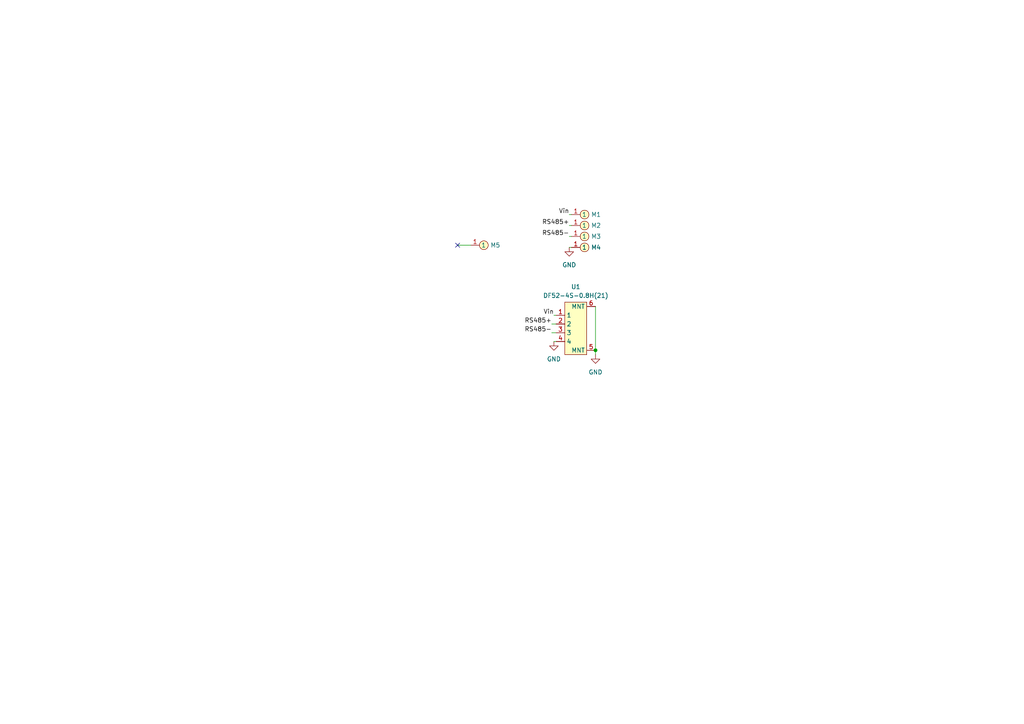
<source format=kicad_sch>
(kicad_sch (version 20230121) (generator eeschema)
  (paper "A4")
  (lib_symbols
    (symbol "adapter-encoder:DF52-4S-0.8H(21)"
      (property "Reference" "U" (at 0 -1.27 0))
      (property "Value" "DF52-4S-0.8H(21)" (at 1.27 -8.89 0))
      (symbol "DF52-4S-0.8H(21)_0_1"
        (rectangle (start -3.81 7.62) (end 2.54 -7.62) (fill (type background)))
      )
      (symbol "DF52-4S-0.8H(21)_1_1"
        (pin input line (at -6.35 3.81 0) (length 2.54) (name "1") (number "1"))
        (pin input line (at -6.35 1.27 0) (length 2.54) (name "2") (number "2"))
        (pin input line (at -6.35 -1.27 0) (length 2.54) (name "3") (number "3"))
        (pin input line (at -6.35 -3.81 0) (length 2.54) (name "4") (number "4"))
        (pin input line (at 5.08 -6.35 180) (length 2.54) (name "MNT") (number "5"))
        (pin input line (at 5.08 6.35 180) (length 2.54) (name "MNT") (number "6"))
      )
    )
    (symbol "adapter-encoder:THRU_HOLE_PAD" (in_bom no)
      (property "Reference" "M" (at 1.27 -2.54 0))
      (symbol "THRU_HOLE_PAD_0_1"
        (circle (center 1.27 0) (radius 1.27) (fill (type background)))
      )
      (symbol "THRU_HOLE_PAD_1_1"
        (pin passive line (at -2.54 0 0) (length 2.54) (name "1") (number "1"))
      )
    )
    (symbol "power:GND" (power) (pin_names (offset 0))
      (property "Value" "GND" (at 0 -3.81 0))
      (symbol "GND_0_1"
        (polyline (pts (xy 0 0) (xy 0 -1.27) (xy 1.27 -1.27) (xy 0 -2.54) (xy -1.27 -1.27) (xy 0 -1.27)))
      )
      (symbol "GND_1_1"
        (pin power_in line (at 0 0 270) (length 0) hide (name "GND") (number "1"))
      )
    )
  )
  (junction (at 172.72 101.6))
  (no_connect (at 132.715 71.12))
  (wire (pts (xy 160.655 91.44) (xy 161.29 91.44)))
  (wire (pts (xy 165.735 68.58) (xy 165.1 68.58)))
  (wire (pts (xy 160.02 93.98) (xy 161.29 93.98)))
  (wire (pts (xy 132.715 71.12) (xy 136.525 71.12)))
  (wire (pts (xy 165.1 62.23) (xy 165.735 62.23)))
  (wire (pts (xy 160.655 99.06) (xy 161.29 99.06)))
  (wire (pts (xy 160.02 96.52) (xy 161.29 96.52)))
  (wire (pts (xy 172.72 88.9) (xy 172.72 101.6)))
  (wire (pts (xy 165.1 71.755) (xy 165.735 71.755)))
  (wire (pts (xy 172.72 101.6) (xy 172.72 102.87)))
  (wire (pts (xy 165.1 65.405) (xy 165.735 65.405)))
  (label "RS485-" (at 160.02 96.52 180))
  (label "Vin" (at 160.655 91.44 180))
  (label "Vin" (at 165.1 62.23 180))
  (label "RS485+" (at 165.1 65.405 180))
  (label "RS485-" (at 165.1 68.58 180))
  (label "RS485+" (at 160.02 93.98 180))
  (symbol (lib_id "power:GND") (at 172.72 102.87 0) (unit 1)
    (property "Reference" "#PWR02" (effects hide))
    (property "Value" "GND" (at 172.72 107.95 0))
  )
  (symbol (lib_id "power:GND") (at 165.1 71.755 0) (unit 1)
    (property "Reference" "#PWR03" (effects hide))
    (property "Value" "GND" (at 165.1 76.835 0))
  )
  (symbol (lib_id "adapter-encoder:THRU_HOLE_PAD") (at 168.275 68.58 0) (unit 1) (in_bom no)
    (property "Reference" "M3" (at 171.45 68.58 0) (effects (justify left)))
    (property "Value" "THRU_HOLE_PAD" (effects hide))
    (property "Footprint" "adapter-encoder:THRU_HOLE" (effects hide))
  )
  (symbol (lib_id "adapter-encoder:DF52-4S-0.8H(21)") (at 167.64 95.25 0) (unit 1)
    (property "Reference" "U1" (at 167.005 83.185 0))
    (property "Value" "DF52-4S-0.8H(21)" (at 167.005 85.725 0))
    (property "Footprint" "adapter-encoder:DF52-4S-0.8H(21)" (effects hide))
  )
  (symbol (lib_id "power:GND") (at 160.655 99.06 0) (unit 1)
    (property "Reference" "#PWR01" (effects hide))
    (property "Value" "GND" (at 160.655 104.14 0))
  )
  (symbol (lib_id "adapter-encoder:THRU_HOLE_PAD") (at 168.275 71.755 0) (unit 1) (in_bom no)
    (property "Reference" "M4" (at 171.45 71.755 0) (effects (justify left)))
    (property "Value" "THRU_HOLE_PAD" (effects hide))
    (property "Footprint" "adapter-encoder:THRU_HOLE" (effects hide))
  )
  (symbol (lib_id "adapter-encoder:THRU_HOLE_PAD") (at 168.275 62.23 0) (unit 1) (in_bom no)
    (property "Reference" "M1" (at 171.45 62.23 0) (effects (justify left)))
    (property "Value" "THRU_HOLE_PAD" (effects hide))
    (property "Footprint" "adapter-encoder:THRU_HOLE" (effects hide))
  )
  (symbol (lib_id "adapter-encoder:THRU_HOLE_PAD") (at 139.065 71.12 0) (unit 1) (in_bom no)
    (property "Reference" "M5" (at 142.24 71.12 0) (effects (justify left)))
    (property "Value" "THRU_HOLE_PAD" (effects hide))
    (property "Footprint" "adapter-encoder:MECH_THRU_HOLE" (effects hide))
  )
  (symbol (lib_id "adapter-encoder:THRU_HOLE_PAD") (at 168.275 65.405 0) (unit 1) (in_bom no)
    (property "Reference" "M2" (at 171.45 65.405 0) (effects (justify left)))
    (property "Value" "THRU_HOLE_PAD" (effects hide))
    (property "Footprint" "adapter-encoder:THRU_HOLE" (effects hide))
  )
)
</source>
